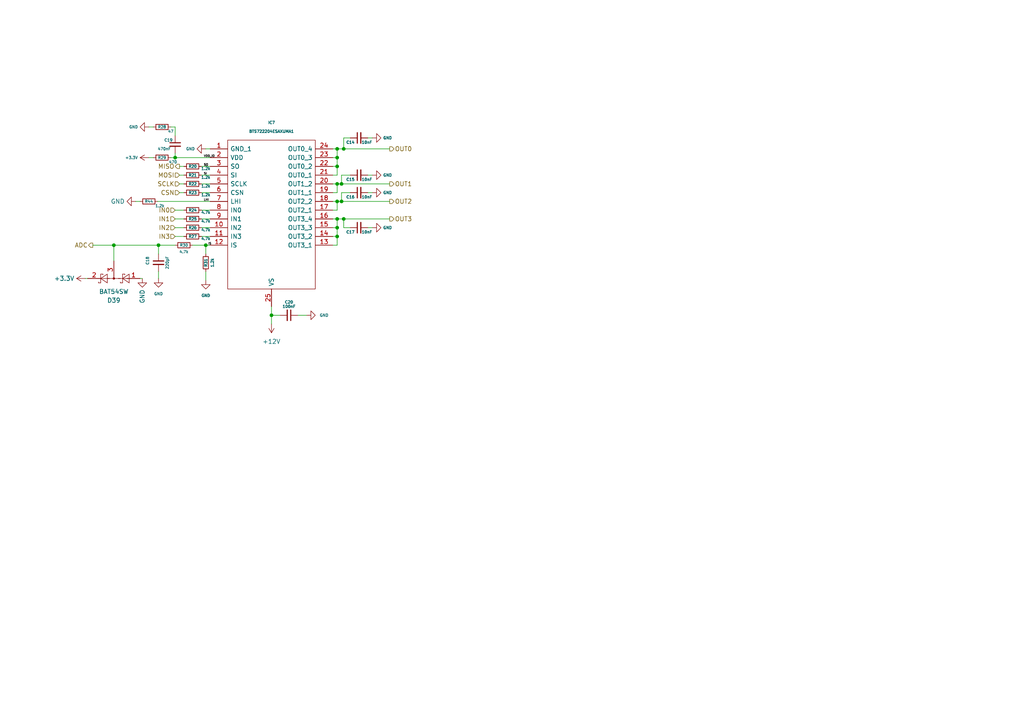
<source format=kicad_sch>
(kicad_sch (version 20211123) (generator eeschema)
  (paper "A4")
  (lib_symbols
    (symbol "Device:C_Small" (pin_numbers hide) (pin_names (offset 0.254) hide)
      (property "Reference" "C" (at 0.254 1.778 0))
      (property "Value" "C_Small" (at 0.254 -2.032 0))
      (symbol "C_Small_0_1"
        (polyline (pts (xy -1.524 -0.508) (xy 1.524 -0.508)) (stroke (width 0.3302)))
        (polyline (pts (xy -1.524 0.508) (xy 1.524 0.508)) (stroke (width 0.3048)))
      )
      (symbol "C_Small_1_1"
        (pin passive line (at 0 2.54 270) (length 2.032) (name "~") (number "1"))
        (pin passive line (at 0 -2.54 90) (length 2.032) (name "~") (number "2"))
      )
    )
    (symbol "Device:R_Small" (pin_numbers hide) (pin_names (offset 0.254) hide)
      (property "Reference" "R" (at 0.762 0.508 0))
      (property "Value" "R_Small" (at 0.762 -1.016 0))
      (symbol "R_Small_0_1"
        (rectangle (start -0.762 1.778) (end 0.762 -1.778) (stroke (width 0.2032)))
      )
      (symbol "R_Small_1_1"
        (pin passive line (at 0 2.54 270) (length 0.762) (name "~") (number "1"))
        (pin passive line (at 0 -2.54 90) (length 0.762) (name "~") (number "2"))
      )
    )
    (symbol "Diode:BAT54SW" (pin_names (offset 1.016))
      (property "Reference" "D" (at 0.635 -3.81 0))
      (property "Value" "BAT54SW" (at -6.35 3.175 0))
      (symbol "BAT54SW_0_1"
        (polyline (pts (xy -3.81 0) (xy -1.27 0)))
        (polyline (pts (xy -3.175 -1.27) (xy -3.175 -1.016)))
        (polyline (pts (xy -2.54 -1.27) (xy -3.175 -1.27)))
        (polyline (pts (xy -2.54 -1.27) (xy -2.54 1.27)))
        (polyline (pts (xy -2.54 1.27) (xy -1.905 1.27)))
        (polyline (pts (xy -1.905 0) (xy 1.905 0)))
        (polyline (pts (xy -1.905 1.27) (xy -1.905 1.016)))
        (polyline (pts (xy 1.27 0) (xy 3.81 0)))
        (polyline (pts (xy 3.175 -1.27) (xy 3.175 -1.016)))
        (polyline (pts (xy 3.81 -1.27) (xy 3.175 -1.27)))
        (polyline (pts (xy 3.81 -1.27) (xy 3.81 1.27)))
        (polyline (pts (xy 3.81 1.27) (xy 4.445 1.27)))
        (polyline (pts (xy 4.445 1.27) (xy 4.445 1.016)))
        (polyline (pts (xy -4.445 1.27) (xy -4.445 -1.27) (xy -2.54 0) (xy -4.445 1.27)))
        (polyline (pts (xy 1.905 1.27) (xy 1.905 -1.27) (xy 3.81 0) (xy 1.905 1.27)))
        (circle (center 0 0) (radius 0.254) (fill (type outline)))
      )
      (symbol "BAT54SW_1_1"
        (pin passive line (at -7.62 0 0) (length 3.81) (name "~") (number "1"))
        (pin passive line (at 7.62 0 180) (length 3.81) (name "~") (number "2"))
        (pin passive line (at 0 -5.08 90) (length 5.08) (name "~") (number "3"))
      )
    )
    (symbol "PDM_additional:BTS722204ESAXUMA1" (pin_names (offset 0.762))
      (property "Reference" "IC" (at 31.75 7.62 0))
      (property "Value" "BTS722204ESAXUMA1" (at 31.75 5.08 0))
      (symbol "BTS722204ESAXUMA1_0_0"
        (pin passive line (at 0 0 0) (length 5.08) (name "GND_1") (number "1"))
        (pin passive line (at 0 -22.86 0) (length 5.08) (name "IN2") (number "10"))
        (pin passive line (at 0 -25.4 0) (length 5.08) (name "IN3") (number "11"))
        (pin passive line (at 0 -27.94 0) (length 5.08) (name "IS") (number "12"))
        (pin passive line (at 35.56 -27.94 180) (length 5.08) (name "OUT3_1") (number "13"))
        (pin passive line (at 35.56 -25.4 180) (length 5.08) (name "OUT3_2") (number "14"))
        (pin passive line (at 35.56 -22.86 180) (length 5.08) (name "OUT3_3") (number "15"))
        (pin passive line (at 35.56 -20.32 180) (length 5.08) (name "OUT3_4") (number "16"))
        (pin passive line (at 35.56 -17.78 180) (length 5.08) (name "OUT2_1") (number "17"))
        (pin passive line (at 35.56 -15.24 180) (length 5.08) (name "OUT2_2") (number "18"))
        (pin passive line (at 35.56 -12.7 180) (length 5.08) (name "OUT1_1") (number "19"))
        (pin passive line (at 0 -2.54 0) (length 5.08) (name "VDD") (number "2"))
        (pin passive line (at 35.56 -10.16 180) (length 5.08) (name "OUT1_2") (number "20"))
        (pin passive line (at 35.56 -7.62 180) (length 5.08) (name "OUT0_1") (number "21"))
        (pin passive line (at 35.56 -5.08 180) (length 5.08) (name "OUT0_2") (number "22"))
        (pin passive line (at 35.56 -2.54 180) (length 5.08) (name "OUT0_3") (number "23"))
        (pin passive line (at 35.56 0 180) (length 5.08) (name "OUT0_4") (number "24"))
        (pin passive line (at 17.78 -45.72 90) (length 5.08) (name "VS") (number "25"))
        (pin passive line (at 0 -5.08 0) (length 5.08) (name "SO") (number "3"))
        (pin passive line (at 0 -7.62 0) (length 5.08) (name "SI") (number "4"))
        (pin passive line (at 0 -10.16 0) (length 5.08) (name "SCLK") (number "5"))
        (pin passive line (at 0 -12.7 0) (length 5.08) (name "CSN") (number "6"))
        (pin passive line (at 0 -15.24 0) (length 5.08) (name "LHI") (number "7"))
        (pin passive line (at 0 -17.78 0) (length 5.08) (name "IN0") (number "8"))
        (pin passive line (at 0 -20.32 0) (length 5.08) (name "IN1") (number "9"))
      )
      (symbol "BTS722204ESAXUMA1_0_1"
        (polyline (pts (xy 5.08 2.54) (xy 30.48 2.54) (xy 30.48 -40.64) (xy 5.08 -40.64) (xy 5.08 2.54)) (stroke (width 0.1524)))
      )
    )
    (symbol "power:+12V" (power) (pin_names (offset 0))
      (property "Value" "+12V" (at 0 3.556 0))
      (symbol "+12V_0_1"
        (polyline (pts (xy -0.762 1.27) (xy 0 2.54)))
        (polyline (pts (xy 0 0) (xy 0 2.54)))
        (polyline (pts (xy 0 2.54) (xy 0.762 1.27)))
      )
      (symbol "+12V_1_1"
        (pin power_in line (at 0 0 90) (length 0) hide (name "+12V") (number "1"))
      )
    )
    (symbol "power:+3.3V" (power) (pin_names (offset 0))
      (property "Value" "+3.3V" (at 0 3.556 0))
      (symbol "+3.3V_0_1"
        (polyline (pts (xy -0.762 1.27) (xy 0 2.54)))
        (polyline (pts (xy 0 0) (xy 0 2.54)))
        (polyline (pts (xy 0 2.54) (xy 0.762 1.27)))
      )
      (symbol "+3.3V_1_1"
        (pin power_in line (at 0 0 90) (length 0) hide (name "+3.3V") (number "1"))
      )
    )
    (symbol "power:GND" (power) (pin_names (offset 0))
      (property "Value" "GND" (at 0 -3.81 0))
      (symbol "GND_0_1"
        (polyline (pts (xy 0 0) (xy 0 -1.27) (xy 1.27 -1.27) (xy 0 -2.54) (xy -1.27 -1.27) (xy 0 -1.27)))
      )
      (symbol "GND_1_1"
        (pin power_in line (at 0 0 270) (length 0) hide (name "GND") (number "1"))
      )
    )
  )
  (junction (at 99.695 63.5))
  (junction (at 59.69 71.12))
  (junction (at 33.02 71.12))
  (junction (at 97.79 43.18))
  (junction (at 97.79 58.42))
  (junction (at 97.79 68.58))
  (junction (at 97.79 45.72))
  (junction (at 78.74 91.44))
  (junction (at 97.79 63.5))
  (junction (at 97.79 53.34))
  (junction (at 99.695 43.18))
  (junction (at 99.06 58.42))
  (junction (at 45.974 71.12))
  (junction (at 97.79 48.26))
  (junction (at 97.79 66.04))
  (junction (at 99.06 53.34))
  (junction (at 50.8 45.72))
  (wire (pts (xy 86.36 91.44) (xy 88.9 91.44)))
  (wire (pts (xy 96.52 50.8) (xy 97.79 50.8)))
  (wire (pts (xy 58.42 50.8) (xy 60.96 50.8)))
  (wire (pts (xy 45.974 71.12) (xy 50.8 71.12)))
  (wire (pts (xy 97.79 60.96) (xy 97.79 58.42)))
  (wire (pts (xy 45.72 58.42) (xy 60.96 58.42)))
  (wire (pts (xy 97.79 66.04) (xy 97.79 68.58)))
  (wire (pts (xy 99.06 50.8) (xy 99.06 53.34)))
  (wire (pts (xy 50.8 66.04) (xy 53.34 66.04)))
  (wire (pts (xy 96.52 60.96) (xy 97.79 60.96)))
  (wire (pts (xy 97.79 68.58) (xy 97.79 71.12)))
  (wire (pts (xy 50.8 68.58) (xy 53.34 68.58)))
  (wire (pts (xy 49.53 45.72) (xy 50.8 45.72)))
  (wire (pts (xy 45.974 71.12) (xy 45.974 73.66)))
  (wire (pts (xy 99.695 40.005) (xy 99.695 43.18)))
  (wire (pts (xy 99.06 53.34) (xy 113.03 53.34)))
  (wire (pts (xy 59.69 71.12) (xy 60.96 71.12)))
  (wire (pts (xy 41.275 80.772) (xy 40.64 80.772)))
  (wire (pts (xy 50.8 60.96) (xy 53.34 60.96)))
  (wire (pts (xy 58.42 55.88) (xy 60.96 55.88)))
  (wire (pts (xy 96.52 48.26) (xy 97.79 48.26)))
  (wire (pts (xy 26.924 71.12) (xy 33.02 71.12)))
  (wire (pts (xy 97.79 53.34) (xy 99.06 53.34)))
  (wire (pts (xy 59.69 71.12) (xy 59.69 73.66)))
  (wire (pts (xy 101.6 50.8) (xy 99.06 50.8)))
  (wire (pts (xy 96.52 45.72) (xy 97.79 45.72)))
  (wire (pts (xy 101.6 66.04) (xy 99.695 66.04)))
  (wire (pts (xy 59.69 43.18) (xy 60.96 43.18)))
  (wire (pts (xy 52.07 55.88) (xy 53.34 55.88)))
  (wire (pts (xy 99.695 63.5) (xy 99.695 66.04)))
  (wire (pts (xy 45.974 78.74) (xy 45.974 80.772)))
  (wire (pts (xy 106.68 55.88) (xy 107.95 55.88)))
  (wire (pts (xy 106.68 66.04) (xy 107.95 66.04)))
  (wire (pts (xy 55.88 71.12) (xy 59.69 71.12)))
  (wire (pts (xy 49.53 36.83) (xy 50.8 36.83)))
  (wire (pts (xy 97.79 71.12) (xy 96.52 71.12)))
  (wire (pts (xy 33.02 71.12) (xy 33.02 75.692)))
  (wire (pts (xy 97.79 48.26) (xy 97.79 45.72)))
  (wire (pts (xy 52.07 48.26) (xy 53.34 48.26)))
  (wire (pts (xy 97.79 58.42) (xy 96.52 58.42)))
  (wire (pts (xy 58.42 60.96) (xy 60.96 60.96)))
  (wire (pts (xy 50.8 45.72) (xy 60.96 45.72)))
  (wire (pts (xy 52.07 53.34) (xy 53.34 53.34)))
  (wire (pts (xy 96.52 43.18) (xy 97.79 43.18)))
  (wire (pts (xy 58.42 53.34) (xy 60.96 53.34)))
  (wire (pts (xy 58.42 66.04) (xy 60.96 66.04)))
  (wire (pts (xy 106.68 50.8) (xy 107.95 50.8)))
  (wire (pts (xy 97.79 55.88) (xy 97.79 53.34)))
  (wire (pts (xy 97.79 45.72) (xy 97.79 43.18)))
  (wire (pts (xy 58.42 63.5) (xy 60.96 63.5)))
  (wire (pts (xy 97.79 63.5) (xy 96.52 63.5)))
  (wire (pts (xy 99.06 55.88) (xy 99.06 58.42)))
  (wire (pts (xy 99.695 63.5) (xy 113.03 63.5)))
  (wire (pts (xy 96.52 53.34) (xy 97.79 53.34)))
  (wire (pts (xy 50.8 44.45) (xy 50.8 45.72)))
  (wire (pts (xy 78.74 88.9) (xy 78.74 91.44)))
  (wire (pts (xy 50.8 63.5) (xy 53.34 63.5)))
  (wire (pts (xy 24.765 80.772) (xy 25.4 80.772)))
  (wire (pts (xy 59.69 78.74) (xy 59.69 81.28)))
  (wire (pts (xy 97.79 58.42) (xy 99.06 58.42)))
  (wire (pts (xy 106.68 40.005) (xy 107.95 40.005)))
  (wire (pts (xy 97.79 43.18) (xy 99.695 43.18)))
  (wire (pts (xy 101.6 55.88) (xy 99.06 55.88)))
  (wire (pts (xy 99.695 43.18) (xy 113.03 43.18)))
  (wire (pts (xy 97.79 68.58) (xy 96.52 68.58)))
  (wire (pts (xy 52.07 50.8) (xy 53.34 50.8)))
  (wire (pts (xy 43.18 45.72) (xy 44.45 45.72)))
  (wire (pts (xy 33.02 71.12) (xy 45.974 71.12)))
  (wire (pts (xy 78.74 91.44) (xy 81.28 91.44)))
  (wire (pts (xy 96.52 55.88) (xy 97.79 55.88)))
  (wire (pts (xy 78.74 91.44) (xy 78.74 93.98)))
  (wire (pts (xy 50.8 36.83) (xy 50.8 39.37)))
  (wire (pts (xy 99.06 58.42) (xy 113.03 58.42)))
  (wire (pts (xy 43.18 36.83) (xy 44.45 36.83)))
  (wire (pts (xy 39.37 58.42) (xy 40.64 58.42)))
  (wire (pts (xy 97.79 50.8) (xy 97.79 48.26)))
  (wire (pts (xy 97.79 63.5) (xy 99.695 63.5)))
  (wire (pts (xy 58.42 68.58) (xy 60.96 68.58)))
  (wire (pts (xy 101.6 40.005) (xy 99.695 40.005)))
  (wire (pts (xy 97.79 66.04) (xy 96.52 66.04)))
  (wire (pts (xy 58.42 48.26) (xy 60.96 48.26)))
  (wire (pts (xy 97.79 63.5) (xy 97.79 66.04)))
  (label "IS" (at 60.325 71.12 0) (effects (font (size 0.6 0.6))))
  (label "VDD_IO" (at 59.055 45.72 0) (effects (font (size 0.6 0.6))))
  (label "SO" (at 59.055 48.26 0) (effects (font (size 0.6 0.6))))
  (label "LHI" (at 59.055 58.42 0) (effects (font (size 0.6 0.6))))
  (label "SI" (at 59.055 50.8 0) (effects (font (size 0.6 0.6))))
  (hierarchical_label "IN2" (shape input) (at 50.8 66.04 180))
  (hierarchical_label "OUT0" (shape output) (at 113.03 43.18 0))
  (hierarchical_label "MISO" (shape output) (at 52.07 48.26 180))
  (hierarchical_label "CSN" (shape input) (at 52.07 55.88 180))
  (hierarchical_label "SCLK" (shape input) (at 52.07 53.34 180))
  (hierarchical_label "OUT1" (shape output) (at 113.03 53.34 0))
  (hierarchical_label "OUT3" (shape output) (at 113.03 63.5 0))
  (hierarchical_label "IN1" (shape input) (at 50.8 63.5 180))
  (hierarchical_label "MOSI" (shape input) (at 52.07 50.8 180))
  (hierarchical_label "IN0" (shape input) (at 50.8 60.96 180))
  (hierarchical_label "OUT2" (shape output) (at 113.03 58.42 0))
  (hierarchical_label "ADC" (shape output) (at 26.924 71.12 180))
  (hierarchical_label "IN3" (shape input) (at 50.8 68.58 180))
  (symbol (lib_id "Diode:BAT54SW") (at 33.02 80.772 180) (unit 1)
    (property "Reference" "D39" (at 33.02 87.122 0))
    (property "Value" "BAT54SW" (at 33.02 84.582 0))
    (property "Footprint" "Package_TO_SOT_SMD:SOT-323_SC-70" (effects hide))
    (property "Datasheet" "https://assets.nexperia.com/documents/data-sheet/BAT54W_SER.pdf" (effects hide))
  )
  (symbol (lib_id "Device:R_Small") (at 55.88 68.58 90) (unit 1)
    (property "Reference" "R27" (at 55.88 68.58 90) (effects (font (size 0.8 0.8))))
    (property "Value" "4.7k" (at 59.69 69.215 90) (effects (font (size 0.8 0.8))))
    (property "Footprint" "Resistor_SMD:R_0402_1005Metric" (effects hide))
  )
  (symbol (lib_id "Device:C_Small") (at 83.82 91.44 270) (unit 1)
    (property "Reference" "C20" (at 83.82 87.63 90) (effects (font (size 0.8 0.8))))
    (property "Value" "100nF" (at 83.82 88.9 90) (effects (font (size 0.8 0.8))))
    (property "Footprint" "Capacitor_SMD:C_0805_2012Metric" (effects hide))
  )
  (symbol (lib_id "Device:C_Small") (at 104.14 55.88 90) (unit 1)
    (property "Reference" "C16" (at 102.87 57.15 90) (effects (font (size 0.8 0.8)) (justify left)))
    (property "Value" "10nF" (at 107.95 57.15 90) (effects (font (size 0.8 0.8)) (justify left)))
    (property "Footprint" "Capacitor_SMD:C_0603_1608Metric" (effects hide))
  )
  (symbol (lib_id "power:GND") (at 39.37 58.42 270) (unit 1)
    (property "Reference" "#PWR0147" (effects hide))
    (property "Value" "GND" (at 36.195 58.4199 90) (effects (justify right)))
  )
  (symbol (lib_id "power:GND") (at 88.9 91.44 90) (unit 1)
    (property "Reference" "#PWR0135" (effects hide))
    (property "Value" "GND" (at 92.71 91.4399 90) (effects (font (size 0.8 0.8)) (justify right)))
  )
  (symbol (lib_id "Device:C_Small") (at 104.14 40.005 90) (unit 1)
    (property "Reference" "C14" (at 102.87 41.275 90) (effects (font (size 0.8 0.8)) (justify left)))
    (property "Value" "10nF" (at 107.95 41.275 90) (effects (font (size 0.8 0.8)) (justify left)))
    (property "Footprint" "Capacitor_SMD:C_0603_1608Metric" (effects hide))
  )
  (symbol (lib_id "Device:R_Small") (at 43.18 58.42 270) (unit 1)
    (property "Reference" "R44" (at 43.18 58.42 90) (effects (font (size 0.8 0.8))))
    (property "Value" "1.2k" (at 46.355 59.69 90) (effects (font (size 0.8 0.8))))
    (property "Footprint" "Resistor_SMD:R_0402_1005Metric" (effects hide))
  )
  (symbol (lib_id "Device:R_Small") (at 46.99 36.83 270) (unit 1)
    (property "Reference" "R28" (at 46.99 36.83 90) (effects (font (size 0.8 0.8))))
    (property "Value" "47" (at 49.53 38.1 90) (effects (font (size 0.8 0.8))))
    (property "Footprint" "Resistor_SMD:R_0402_1005Metric" (effects hide))
  )
  (symbol (lib_id "power:GND") (at 59.69 81.28 0) (unit 1)
    (property "Reference" "#PWR0126" (effects hide))
    (property "Value" "GND" (at 59.69 85.725 0) (effects (font (size 0.8 0.8))))
  )
  (symbol (lib_id "Device:R_Small") (at 46.99 45.72 270) (unit 1)
    (property "Reference" "R29" (at 46.99 45.72 90) (effects (font (size 0.8 0.8))))
    (property "Value" "470" (at 50.165 46.99 90) (effects (font (size 0.8 0.8))))
    (property "Footprint" "Resistor_SMD:R_0402_1005Metric" (effects hide))
  )
  (symbol (lib_id "Device:C_Small") (at 104.14 66.04 90) (unit 1)
    (property "Reference" "C17" (at 102.87 67.31 90) (effects (font (size 0.8 0.8)) (justify left)))
    (property "Value" "10nF" (at 107.95 67.31 90) (effects (font (size 0.8 0.8)) (justify left)))
    (property "Footprint" "Capacitor_SMD:C_0603_1608Metric" (effects hide))
  )
  (symbol (lib_id "PDM_additional:BTS722204ESAXUMA1") (at 60.96 43.18 0) (unit 1)
    (property "Reference" "IC7" (at 78.74 35.56 0) (effects (font (size 0.8 0.8))))
    (property "Value" "BTS722204ESAXUMA1" (at 78.74 38.1 0) (effects (font (size 0.8 0.8))))
    (property "Footprint" "PDMS_Additional:SOP65P600X115-25N" (effects hide))
    (property "Datasheet" "https://www.infineon.com/dgdl/Infineon-BTS72220-4ESA-DS-v01_00-EN.pdf?fileId=5546d462636cc8fb0163feab173708d9" (effects hide))
    (property "Description" "Power Switch ICs - Power Distribution SPOC" (effects hide))
    (property "Height" "1.15" (effects hide))
    (property "Manufacturer_Name" "Infineon" (effects hide))
    (property "Manufacturer_Part_Number" "BTS722204ESAXUMA1" (effects hide))
    (property "Mouser Part Number" "726-BTS722204ESAXUMA" (effects hide))
    (property "Mouser Price/Stock" "https://www.mouser.co.uk/ProductDetail/Infineon-Technologies/BTS722204ESAXUMA1?qs=%252BEew9%252B0nqrBKRVYWm1E2Qg%3D%3D" (effects hide))
    (property "Arrow Part Number" "BTS722204ESAXUMA1" (effects hide))
    (property "Arrow Price/Stock" "https://www.arrow.com/en/products/bts722204esaxuma1/infineon-technologies-ag" (effects hide))
  )
  (symbol (lib_id "power:GND") (at 107.95 66.04 90) (unit 1)
    (property "Reference" "#PWR0128" (effects hide))
    (property "Value" "GND" (at 111.125 66.0399 90) (effects (font (size 0.8 0.8)) (justify right)))
  )
  (symbol (lib_id "power:+3.3V") (at 24.765 80.772 90) (unit 1)
    (property "Reference" "#PWR0417" (effects hide))
    (property "Value" "+3.3V" (at 21.59 80.7721 90) (effects (justify left)))
  )
  (symbol (lib_id "Device:R_Small") (at 59.69 76.2 0) (unit 1)
    (property "Reference" "R31" (at 59.69 76.2 90) (effects (font (size 0.8 0.8))))
    (property "Value" "1.2k" (at 61.595 76.2 90) (effects (font (size 0.8 0.8))))
    (property "Footprint" "Resistor_SMD:R_0402_1005Metric" (effects hide))
  )
  (symbol (lib_id "power:GND") (at 107.95 55.88 90) (unit 1)
    (property "Reference" "#PWR0127" (effects hide))
    (property "Value" "GND" (at 111.125 55.8799 90) (effects (font (size 0.8 0.8)) (justify right)))
  )
  (symbol (lib_id "power:GND") (at 107.95 50.8 90) (unit 1)
    (property "Reference" "#PWR0129" (effects hide))
    (property "Value" "GND" (at 111.125 50.7999 90) (effects (font (size 0.8 0.8)) (justify right)))
  )
  (symbol (lib_id "Device:R_Small") (at 55.88 66.04 90) (unit 1)
    (property "Reference" "R26" (at 55.88 66.04 90) (effects (font (size 0.8 0.8))))
    (property "Value" "4.7k" (at 59.69 66.675 90) (effects (font (size 0.8 0.8))))
    (property "Footprint" "Resistor_SMD:R_0402_1005Metric" (effects hide))
  )
  (symbol (lib_id "Device:C_Small") (at 45.974 76.2 0) (unit 1)
    (property "Reference" "C18" (at 42.799 76.835 90) (effects (font (size 0.8 0.8)) (justify left)))
    (property "Value" "220pF" (at 48.514 78.105 90) (effects (font (size 0.8 0.8)) (justify left)))
    (property "Footprint" "Capacitor_SMD:C_0402_1005Metric" (effects hide))
  )
  (symbol (lib_id "Device:R_Small") (at 55.88 60.96 90) (unit 1)
    (property "Reference" "R24" (at 55.88 60.96 90) (effects (font (size 0.8 0.8))))
    (property "Value" "4.7k" (at 59.69 61.595 90) (effects (font (size 0.8 0.8))))
    (property "Footprint" "Resistor_SMD:R_0402_1005Metric" (effects hide))
  )
  (symbol (lib_id "power:GND") (at 59.69 43.18 270) (unit 1)
    (property "Reference" "#PWR0125" (effects hide))
    (property "Value" "GND" (at 56.515 43.18 90) (effects (font (size 0.8 0.8)) (justify right)))
  )
  (symbol (lib_id "power:GND") (at 43.18 36.83 270) (unit 1)
    (property "Reference" "#PWR0133" (effects hide))
    (property "Value" "GND" (at 38.735 36.83 90) (effects (font (size 0.8 0.8))))
  )
  (symbol (lib_id "Device:R_Small") (at 55.88 63.5 90) (unit 1)
    (property "Reference" "R25" (at 55.88 63.5 90) (effects (font (size 0.8 0.8))))
    (property "Value" "4.7k" (at 59.69 64.135 90) (effects (font (size 0.8 0.8))))
    (property "Footprint" "Resistor_SMD:R_0402_1005Metric" (effects hide))
  )
  (symbol (lib_id "Device:R_Small") (at 55.88 53.34 270) (unit 1)
    (property "Reference" "R22" (at 55.88 53.34 90) (effects (font (size 0.8 0.8))))
    (property "Value" "1.2k" (at 59.69 53.975 90) (effects (font (size 0.8 0.8))))
    (property "Footprint" "Resistor_SMD:R_0402_1005Metric" (effects hide))
  )
  (symbol (lib_id "power:GND") (at 107.95 40.005 90) (unit 1)
    (property "Reference" "#PWR0130" (effects hide))
    (property "Value" "GND" (at 111.125 40.0049 90) (effects (font (size 0.8 0.8)) (justify right)))
  )
  (symbol (lib_id "Device:R_Small") (at 53.34 71.12 270) (unit 1)
    (property "Reference" "R30" (at 53.34 71.12 90) (effects (font (size 0.8 0.8))))
    (property "Value" "4.7k" (at 53.34 73.025 90) (effects (font (size 0.8 0.8))))
    (property "Footprint" "Resistor_SMD:R_0402_1005Metric" (effects hide))
  )
  (symbol (lib_id "power:GND") (at 41.275 80.772 0) (unit 1)
    (property "Reference" "#PWR0416" (effects hide))
    (property "Value" "GND" (at 41.2751 83.947 90) (effects (justify right)))
  )
  (symbol (lib_id "Device:R_Small") (at 55.88 55.88 270) (unit 1)
    (property "Reference" "R23" (at 55.88 55.88 90) (effects (font (size 0.8 0.8))))
    (property "Value" "1.2k" (at 59.69 56.515 90) (effects (font (size 0.8 0.8))))
    (property "Footprint" "Resistor_SMD:R_0402_1005Metric" (effects hide))
  )
  (symbol (lib_id "power:+3.3V") (at 43.18 45.72 90) (unit 1)
    (property "Reference" "#PWR0132" (effects hide))
    (property "Value" "+3.3V" (at 40.005 45.7199 90) (effects (font (size 0.8 0.8)) (justify left)))
  )
  (symbol (lib_id "Device:R_Small") (at 55.88 48.26 270) (unit 1)
    (property "Reference" "R20" (at 55.88 48.26 90) (effects (font (size 0.8 0.8))))
    (property "Value" "1.2k" (at 59.69 48.895 90) (effects (font (size 0.8 0.8))))
    (property "Footprint" "Resistor_SMD:R_0402_1005Metric" (effects hide))
  )
  (symbol (lib_id "Device:R_Small") (at 55.88 50.8 270) (unit 1)
    (property "Reference" "R21" (at 55.88 50.8 90) (effects (font (size 0.8 0.8))))
    (property "Value" "1.2k" (at 59.69 51.435 90) (effects (font (size 0.8 0.8))))
    (property "Footprint" "Resistor_SMD:R_0402_1005Metric" (effects hide))
  )
  (symbol (lib_id "Device:C_Small") (at 104.14 50.8 90) (unit 1)
    (property "Reference" "C15" (at 102.87 52.07 90) (effects (font (size 0.8 0.8)) (justify left)))
    (property "Value" "10nF" (at 107.95 52.07 90) (effects (font (size 0.8 0.8)) (justify left)))
    (property "Footprint" "Capacitor_SMD:C_0603_1608Metric" (effects hide))
  )
  (symbol (lib_id "Device:C_Small") (at 50.8 41.91 0) (unit 1)
    (property "Reference" "C19" (at 47.625 40.64 0) (effects (font (size 0.8 0.8)) (justify left)))
    (property "Value" "470nF" (at 45.72 43.18 0) (effects (font (size 0.8 0.8)) (justify left)))
    (property "Footprint" "Capacitor_SMD:C_0805_2012Metric" (effects hide))
  )
  (symbol (lib_id "power:+12V") (at 78.74 93.98 180) (unit 1)
    (property "Reference" "#PWR0299" (effects hide))
    (property "Value" "+12V" (at 78.74 99.06 0))
  )
  (symbol (lib_id "power:GND") (at 45.974 80.772 0) (unit 1)
    (property "Reference" "#PWR0131" (effects hide))
    (property "Value" "GND" (at 45.974 85.217 0) (effects (font (size 0.8 0.8))))
  )
)
</source>
